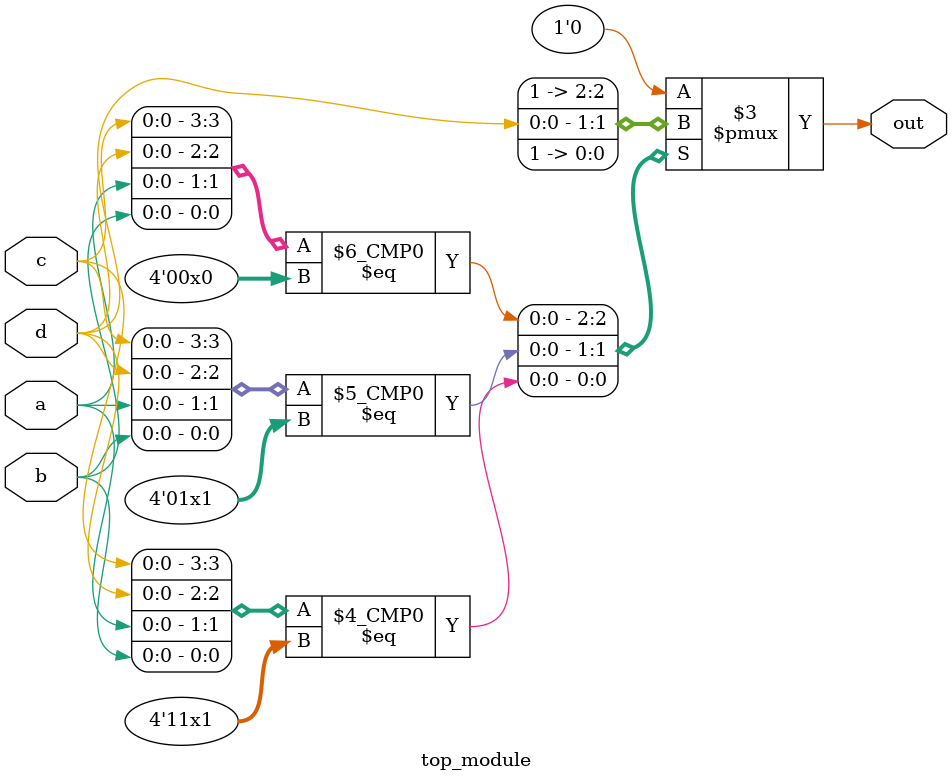
<source format=sv>
module top_module (
  input a,
  input b,
  input c,
  input d,
  output reg out
);

  always @(*) begin
    case({c, d, a, b})
      4'b00x0: out = 1;
      4'b01x0: out = 0;
      4'b01x1: out = d;
      4'b11x0: out = 0;
      4'b11x1: out = 1;
      4'b10x: out = 1;
      default: out = 0;
    endcase
  end

endmodule

</source>
